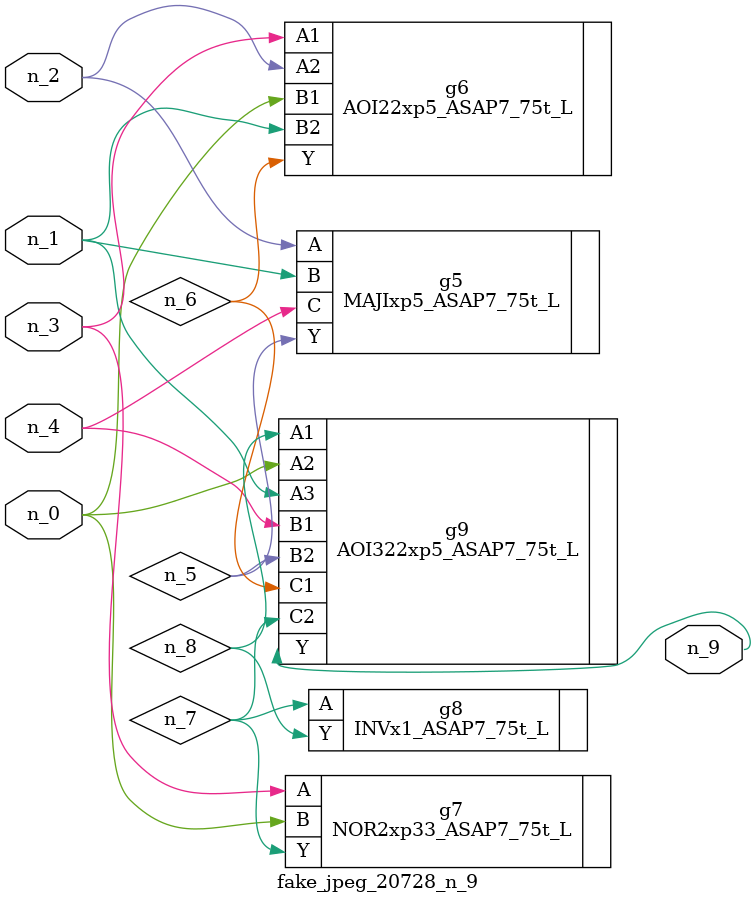
<source format=v>
module fake_jpeg_20728_n_9 (n_3, n_2, n_1, n_0, n_4, n_9);

input n_3;
input n_2;
input n_1;
input n_0;
input n_4;

output n_9;

wire n_8;
wire n_6;
wire n_5;
wire n_7;

MAJIxp5_ASAP7_75t_L g5 ( 
.A(n_2),
.B(n_1),
.C(n_4),
.Y(n_5)
);

AOI22xp5_ASAP7_75t_L g6 ( 
.A1(n_3),
.A2(n_2),
.B1(n_0),
.B2(n_1),
.Y(n_6)
);

NOR2xp33_ASAP7_75t_L g7 ( 
.A(n_3),
.B(n_0),
.Y(n_7)
);

INVx1_ASAP7_75t_L g8 ( 
.A(n_7),
.Y(n_8)
);

AOI322xp5_ASAP7_75t_L g9 ( 
.A1(n_8),
.A2(n_0),
.A3(n_1),
.B1(n_4),
.B2(n_5),
.C1(n_6),
.C2(n_7),
.Y(n_9)
);


endmodule
</source>
